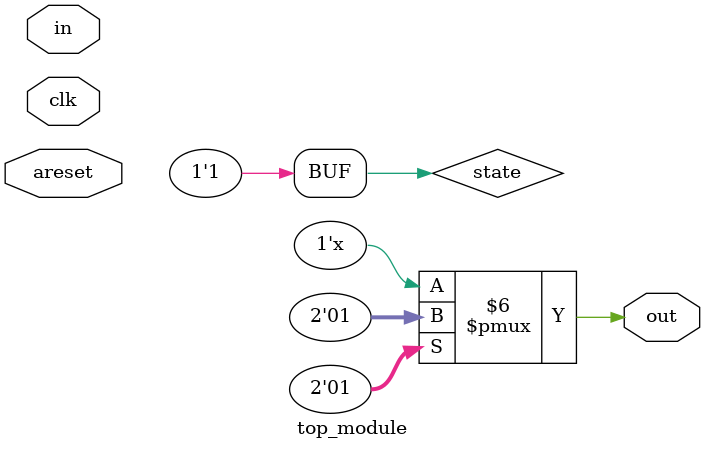
<source format=sv>
module top_module (
	input clk,
	input in,
	input areset,
	output reg out
);

// State variables
reg state;
parameter A = 1'b0, B = 1'b1;

// Next state logic
always @(*) begin
	case (state)
		A: begin
			if (in == 1'b0) begin
				state <= B;
			end else begin
				state <= A;
			end
		end
		B: begin
			if (in == 1'b0) begin
				state <= B;
			end else begin
				state <= A;
			end
		end
		default: begin
			state <= B; // Asynchronous reset to state B
		end
	endcase
end

// Output logic
always @(*) begin
	case (state)
		A: out = 1'b0;
		B: out = 1'b1;
		default: out = 1'b0;
	endcase
end

// State update
always @(posedge clk or posedge areset) begin
	if (areset) begin
		state <= B; // Asynchronous reset to state B
	end else begin
		state <= state;
	end
end

endmodule

</source>
